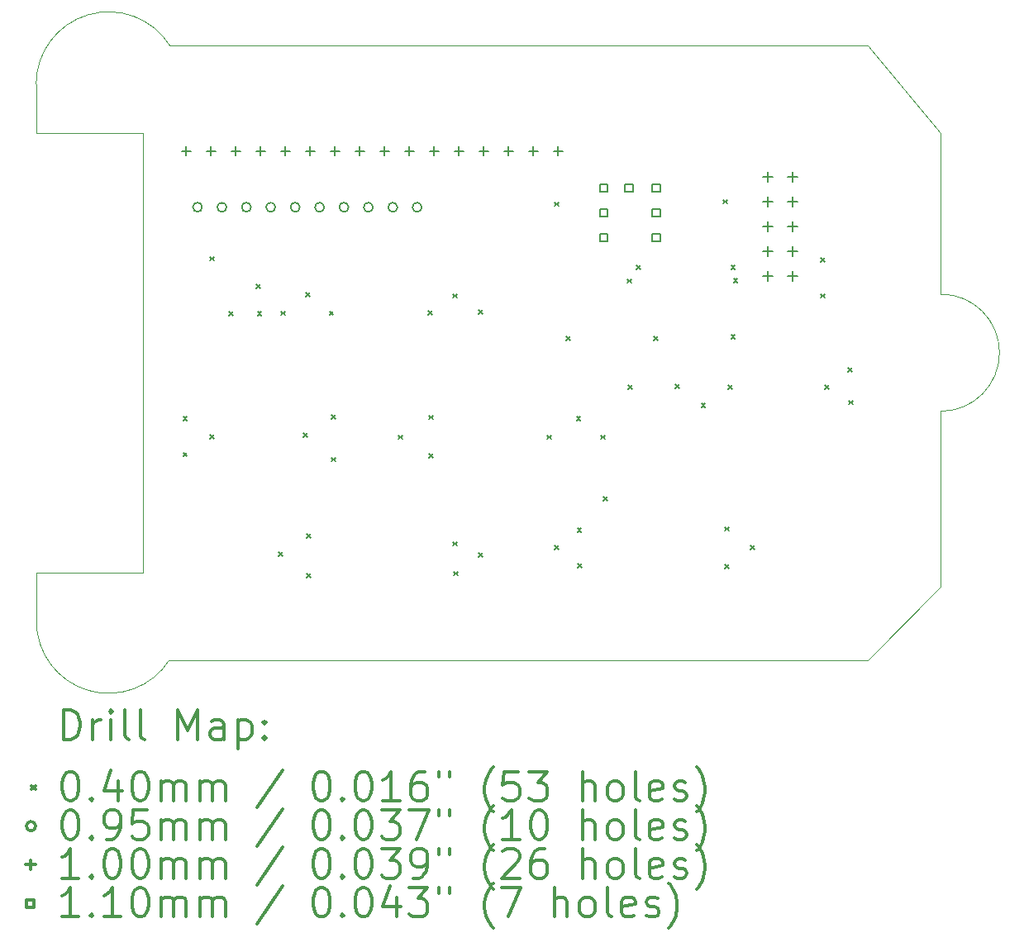
<source format=gbr>
%FSLAX45Y45*%
G04 Gerber Fmt 4.5, Leading zero omitted, Abs format (unit mm)*
G04 Created by KiCad (PCBNEW (5.1.0)-1) date 2022-08-09 13:46:40*
%MOMM*%
%LPD*%
G04 APERTURE LIST*
%ADD10C,0.100000*%
%ADD11C,0.200000*%
%ADD12C,0.300000*%
G04 APERTURE END LIST*
D10*
X15572200Y-6154300D02*
G75*
G02X15572200Y-7354300I0J-600000D01*
G01*
X6305550Y-4504300D02*
X6303022Y-4004334D01*
X7395400Y-4504300D02*
X6305550Y-4504300D01*
X7395400Y-9004300D02*
X7395400Y-4504300D01*
X6305400Y-9004300D02*
X7395400Y-9004300D01*
X6305400Y-9504300D02*
X6305400Y-9004300D01*
X7667443Y-9905128D02*
G75*
G02X6305400Y-9504300I-622043J400828D01*
G01*
X14820900Y-9904300D02*
X7667443Y-9905128D01*
X15572200Y-9153000D02*
X14820900Y-9904300D01*
X15572200Y-7354300D02*
X15572200Y-9153000D01*
X15572200Y-4504300D02*
X15572200Y-6154300D01*
X14820900Y-3604300D02*
X15572200Y-4504300D01*
X7670800Y-3604300D02*
X14820900Y-3604300D01*
X6303022Y-4004334D02*
G75*
G02X7670800Y-3604300I742378J34D01*
G01*
D11*
X7809550Y-7409500D02*
X7849550Y-7449500D01*
X7849550Y-7409500D02*
X7809550Y-7449500D01*
X7809550Y-7777800D02*
X7849550Y-7817800D01*
X7849550Y-7777800D02*
X7809550Y-7817800D01*
X8082600Y-5771200D02*
X8122600Y-5811200D01*
X8122600Y-5771200D02*
X8082600Y-5811200D01*
X8082600Y-7593650D02*
X8122600Y-7633650D01*
X8122600Y-7593650D02*
X8082600Y-7633650D01*
X8279450Y-6336350D02*
X8319450Y-6376350D01*
X8319450Y-6336350D02*
X8279450Y-6376350D01*
X8558850Y-6056950D02*
X8598850Y-6096950D01*
X8598850Y-6056950D02*
X8558850Y-6096950D01*
X8571550Y-6336350D02*
X8611550Y-6376350D01*
X8611550Y-6336350D02*
X8571550Y-6376350D01*
X8787450Y-8800150D02*
X8827450Y-8840150D01*
X8827450Y-8800150D02*
X8787450Y-8840150D01*
X8812850Y-6330000D02*
X8852850Y-6370000D01*
X8852850Y-6330000D02*
X8812850Y-6370000D01*
X9041450Y-7580950D02*
X9081450Y-7620950D01*
X9081450Y-7580950D02*
X9041450Y-7620950D01*
X9066850Y-6139500D02*
X9106850Y-6179500D01*
X9106850Y-6139500D02*
X9066850Y-6179500D01*
X9073200Y-8609650D02*
X9113200Y-8649650D01*
X9113200Y-8609650D02*
X9073200Y-8649650D01*
X9073200Y-9016050D02*
X9113200Y-9056050D01*
X9113200Y-9016050D02*
X9073200Y-9056050D01*
X9308148Y-6329998D02*
X9348148Y-6369998D01*
X9348148Y-6329998D02*
X9308148Y-6369998D01*
X9327200Y-7390450D02*
X9367200Y-7430450D01*
X9367200Y-7390450D02*
X9327200Y-7430450D01*
X9327200Y-7828600D02*
X9367200Y-7868600D01*
X9367200Y-7828600D02*
X9327200Y-7868600D01*
X10013000Y-7600000D02*
X10053000Y-7640000D01*
X10053000Y-7600000D02*
X10013000Y-7640000D01*
X10317800Y-6323650D02*
X10357800Y-6363650D01*
X10357800Y-6323650D02*
X10317800Y-6363650D01*
X10330500Y-7397500D02*
X10370500Y-7437500D01*
X10370500Y-7397500D02*
X10330500Y-7437500D01*
X10330500Y-7790500D02*
X10370500Y-7830500D01*
X10370500Y-7790500D02*
X10330500Y-7830500D01*
X10571800Y-6152200D02*
X10611800Y-6192200D01*
X10611800Y-6152200D02*
X10571800Y-6192200D01*
X10572500Y-8691500D02*
X10612500Y-8731500D01*
X10612500Y-8691500D02*
X10572500Y-8731500D01*
X10582600Y-8997000D02*
X10622600Y-9037000D01*
X10622600Y-8997000D02*
X10582600Y-9037000D01*
X10838500Y-6317300D02*
X10878500Y-6357300D01*
X10878500Y-6317300D02*
X10838500Y-6357300D01*
X10838500Y-8806500D02*
X10878500Y-8846500D01*
X10878500Y-8806500D02*
X10838500Y-8846500D01*
X11537000Y-7600000D02*
X11577000Y-7640000D01*
X11577000Y-7600000D02*
X11537000Y-7640000D01*
X11613200Y-5212400D02*
X11653200Y-5252400D01*
X11653200Y-5212400D02*
X11613200Y-5252400D01*
X11613200Y-8730300D02*
X11653200Y-8770300D01*
X11653200Y-8730300D02*
X11613200Y-8770300D01*
X11733850Y-6590350D02*
X11773850Y-6630350D01*
X11773850Y-6590350D02*
X11733850Y-6630350D01*
X11839900Y-7409500D02*
X11879900Y-7449500D01*
X11879900Y-7409500D02*
X11839900Y-7449500D01*
X11848150Y-8552500D02*
X11888150Y-8592500D01*
X11888150Y-8552500D02*
X11848150Y-8592500D01*
X11854500Y-8914450D02*
X11894500Y-8954450D01*
X11894500Y-8914450D02*
X11854500Y-8954450D01*
X12089450Y-7600000D02*
X12129450Y-7640000D01*
X12129450Y-7600000D02*
X12089450Y-7640000D01*
X12114850Y-8228650D02*
X12154850Y-8268650D01*
X12154850Y-8228650D02*
X12114850Y-8268650D01*
X12362500Y-5999800D02*
X12402500Y-6039800D01*
X12402500Y-5999800D02*
X12362500Y-6039800D01*
X12368850Y-7085650D02*
X12408850Y-7125650D01*
X12408850Y-7085650D02*
X12368850Y-7125650D01*
X12451400Y-5860100D02*
X12491400Y-5900100D01*
X12491400Y-5860100D02*
X12451400Y-5900100D01*
X12629200Y-6590350D02*
X12669200Y-6630350D01*
X12669200Y-6590350D02*
X12629200Y-6630350D01*
X12851450Y-7079300D02*
X12891450Y-7119300D01*
X12891450Y-7079300D02*
X12851450Y-7119300D01*
X13118150Y-7276150D02*
X13158150Y-7316150D01*
X13158150Y-7276150D02*
X13118150Y-7316150D01*
X13340400Y-5187000D02*
X13380400Y-5227000D01*
X13380400Y-5187000D02*
X13340400Y-5227000D01*
X13359450Y-8539800D02*
X13399450Y-8579800D01*
X13399450Y-8539800D02*
X13359450Y-8579800D01*
X13359450Y-8927150D02*
X13399450Y-8967150D01*
X13399450Y-8927150D02*
X13359450Y-8967150D01*
X13391200Y-7085650D02*
X13431200Y-7125650D01*
X13431200Y-7085650D02*
X13391200Y-7125650D01*
X13422950Y-5860100D02*
X13462950Y-5900100D01*
X13462950Y-5860100D02*
X13422950Y-5900100D01*
X13422950Y-6571300D02*
X13462950Y-6611300D01*
X13462950Y-6571300D02*
X13422950Y-6611300D01*
X13448350Y-5993450D02*
X13488350Y-6033450D01*
X13488350Y-5993450D02*
X13448350Y-6033450D01*
X13619800Y-8730300D02*
X13659800Y-8770300D01*
X13659800Y-8730300D02*
X13619800Y-8770300D01*
X14343700Y-5783900D02*
X14383700Y-5823900D01*
X14383700Y-5783900D02*
X14343700Y-5823900D01*
X14343701Y-6152200D02*
X14383701Y-6192200D01*
X14383701Y-6152200D02*
X14343701Y-6192200D01*
X14381800Y-7085650D02*
X14421800Y-7125650D01*
X14421800Y-7085650D02*
X14381800Y-7125650D01*
X14623100Y-6907850D02*
X14663100Y-6947850D01*
X14663100Y-6907850D02*
X14623100Y-6947850D01*
X14629450Y-7244400D02*
X14669450Y-7284400D01*
X14669450Y-7244400D02*
X14629450Y-7284400D01*
X8004050Y-5264150D02*
G75*
G03X8004050Y-5264150I-47500J0D01*
G01*
X8254050Y-5264150D02*
G75*
G03X8254050Y-5264150I-47500J0D01*
G01*
X8504050Y-5264150D02*
G75*
G03X8504050Y-5264150I-47500J0D01*
G01*
X8754050Y-5264150D02*
G75*
G03X8754050Y-5264150I-47500J0D01*
G01*
X9004050Y-5264150D02*
G75*
G03X9004050Y-5264150I-47500J0D01*
G01*
X9254050Y-5264150D02*
G75*
G03X9254050Y-5264150I-47500J0D01*
G01*
X9504050Y-5264150D02*
G75*
G03X9504050Y-5264150I-47500J0D01*
G01*
X9754050Y-5264150D02*
G75*
G03X9754050Y-5264150I-47500J0D01*
G01*
X10004050Y-5264150D02*
G75*
G03X10004050Y-5264150I-47500J0D01*
G01*
X10254050Y-5264150D02*
G75*
G03X10254050Y-5264150I-47500J0D01*
G01*
X7842250Y-4636300D02*
X7842250Y-4736300D01*
X7792250Y-4686300D02*
X7892250Y-4686300D01*
X8096250Y-4636300D02*
X8096250Y-4736300D01*
X8046250Y-4686300D02*
X8146250Y-4686300D01*
X8350250Y-4636300D02*
X8350250Y-4736300D01*
X8300250Y-4686300D02*
X8400250Y-4686300D01*
X8604250Y-4636300D02*
X8604250Y-4736300D01*
X8554250Y-4686300D02*
X8654250Y-4686300D01*
X8858250Y-4636300D02*
X8858250Y-4736300D01*
X8808250Y-4686300D02*
X8908250Y-4686300D01*
X9112250Y-4636300D02*
X9112250Y-4736300D01*
X9062250Y-4686300D02*
X9162250Y-4686300D01*
X9366250Y-4636300D02*
X9366250Y-4736300D01*
X9316250Y-4686300D02*
X9416250Y-4686300D01*
X9620250Y-4636300D02*
X9620250Y-4736300D01*
X9570250Y-4686300D02*
X9670250Y-4686300D01*
X9874250Y-4636300D02*
X9874250Y-4736300D01*
X9824250Y-4686300D02*
X9924250Y-4686300D01*
X10128250Y-4636300D02*
X10128250Y-4736300D01*
X10078250Y-4686300D02*
X10178250Y-4686300D01*
X10382250Y-4636300D02*
X10382250Y-4736300D01*
X10332250Y-4686300D02*
X10432250Y-4686300D01*
X10636250Y-4636300D02*
X10636250Y-4736300D01*
X10586250Y-4686300D02*
X10686250Y-4686300D01*
X10890250Y-4636300D02*
X10890250Y-4736300D01*
X10840250Y-4686300D02*
X10940250Y-4686300D01*
X11144250Y-4636300D02*
X11144250Y-4736300D01*
X11094250Y-4686300D02*
X11194250Y-4686300D01*
X11398250Y-4636300D02*
X11398250Y-4736300D01*
X11348250Y-4686300D02*
X11448250Y-4686300D01*
X11652250Y-4636300D02*
X11652250Y-4736300D01*
X11602250Y-4686300D02*
X11702250Y-4686300D01*
X13798550Y-4903000D02*
X13798550Y-5003000D01*
X13748550Y-4953000D02*
X13848550Y-4953000D01*
X13798550Y-5157000D02*
X13798550Y-5257000D01*
X13748550Y-5207000D02*
X13848550Y-5207000D01*
X13798550Y-5411000D02*
X13798550Y-5511000D01*
X13748550Y-5461000D02*
X13848550Y-5461000D01*
X13798550Y-5665000D02*
X13798550Y-5765000D01*
X13748550Y-5715000D02*
X13848550Y-5715000D01*
X13798550Y-5919000D02*
X13798550Y-6019000D01*
X13748550Y-5969000D02*
X13848550Y-5969000D01*
X14052550Y-4903000D02*
X14052550Y-5003000D01*
X14002550Y-4953000D02*
X14102550Y-4953000D01*
X14052550Y-5157000D02*
X14052550Y-5257000D01*
X14002550Y-5207000D02*
X14102550Y-5207000D01*
X14052550Y-5411000D02*
X14052550Y-5511000D01*
X14002550Y-5461000D02*
X14102550Y-5461000D01*
X14052550Y-5665000D02*
X14052550Y-5765000D01*
X14002550Y-5715000D02*
X14102550Y-5715000D01*
X14052550Y-5919000D02*
X14052550Y-6019000D01*
X14002550Y-5969000D02*
X14102550Y-5969000D01*
X12154691Y-5106191D02*
X12154691Y-5028409D01*
X12076909Y-5028409D01*
X12076909Y-5106191D01*
X12154691Y-5106191D01*
X12154691Y-5360191D02*
X12154691Y-5282409D01*
X12076909Y-5282409D01*
X12076909Y-5360191D01*
X12154691Y-5360191D01*
X12154691Y-5614191D02*
X12154691Y-5536409D01*
X12076909Y-5536409D01*
X12076909Y-5614191D01*
X12154691Y-5614191D01*
X12414691Y-5106191D02*
X12414691Y-5028409D01*
X12336909Y-5028409D01*
X12336909Y-5106191D01*
X12414691Y-5106191D01*
X12694691Y-5106191D02*
X12694691Y-5028409D01*
X12616909Y-5028409D01*
X12616909Y-5106191D01*
X12694691Y-5106191D01*
X12694691Y-5360191D02*
X12694691Y-5282409D01*
X12616909Y-5282409D01*
X12616909Y-5360191D01*
X12694691Y-5360191D01*
X12694691Y-5614191D02*
X12694691Y-5536409D01*
X12616909Y-5536409D01*
X12616909Y-5614191D01*
X12694691Y-5614191D01*
D12*
X6584450Y-10715014D02*
X6584450Y-10415014D01*
X6655879Y-10415014D01*
X6698736Y-10429300D01*
X6727308Y-10457872D01*
X6741593Y-10486443D01*
X6755879Y-10543586D01*
X6755879Y-10586443D01*
X6741593Y-10643586D01*
X6727308Y-10672157D01*
X6698736Y-10700729D01*
X6655879Y-10715014D01*
X6584450Y-10715014D01*
X6884450Y-10715014D02*
X6884450Y-10515014D01*
X6884450Y-10572157D02*
X6898736Y-10543586D01*
X6913022Y-10529300D01*
X6941593Y-10515014D01*
X6970165Y-10515014D01*
X7070165Y-10715014D02*
X7070165Y-10515014D01*
X7070165Y-10415014D02*
X7055879Y-10429300D01*
X7070165Y-10443586D01*
X7084450Y-10429300D01*
X7070165Y-10415014D01*
X7070165Y-10443586D01*
X7255879Y-10715014D02*
X7227308Y-10700729D01*
X7213022Y-10672157D01*
X7213022Y-10415014D01*
X7413022Y-10715014D02*
X7384450Y-10700729D01*
X7370165Y-10672157D01*
X7370165Y-10415014D01*
X7755879Y-10715014D02*
X7755879Y-10415014D01*
X7855879Y-10629300D01*
X7955879Y-10415014D01*
X7955879Y-10715014D01*
X8227308Y-10715014D02*
X8227308Y-10557872D01*
X8213022Y-10529300D01*
X8184450Y-10515014D01*
X8127308Y-10515014D01*
X8098736Y-10529300D01*
X8227308Y-10700729D02*
X8198736Y-10715014D01*
X8127308Y-10715014D01*
X8098736Y-10700729D01*
X8084450Y-10672157D01*
X8084450Y-10643586D01*
X8098736Y-10615014D01*
X8127308Y-10600729D01*
X8198736Y-10600729D01*
X8227308Y-10586443D01*
X8370165Y-10515014D02*
X8370165Y-10815014D01*
X8370165Y-10529300D02*
X8398736Y-10515014D01*
X8455879Y-10515014D01*
X8484450Y-10529300D01*
X8498736Y-10543586D01*
X8513022Y-10572157D01*
X8513022Y-10657872D01*
X8498736Y-10686443D01*
X8484450Y-10700729D01*
X8455879Y-10715014D01*
X8398736Y-10715014D01*
X8370165Y-10700729D01*
X8641593Y-10686443D02*
X8655879Y-10700729D01*
X8641593Y-10715014D01*
X8627308Y-10700729D01*
X8641593Y-10686443D01*
X8641593Y-10715014D01*
X8641593Y-10529300D02*
X8655879Y-10543586D01*
X8641593Y-10557872D01*
X8627308Y-10543586D01*
X8641593Y-10529300D01*
X8641593Y-10557872D01*
X6258022Y-11189300D02*
X6298022Y-11229300D01*
X6298022Y-11189300D02*
X6258022Y-11229300D01*
X6641593Y-11045014D02*
X6670165Y-11045014D01*
X6698736Y-11059300D01*
X6713022Y-11073586D01*
X6727308Y-11102157D01*
X6741593Y-11159300D01*
X6741593Y-11230729D01*
X6727308Y-11287871D01*
X6713022Y-11316443D01*
X6698736Y-11330729D01*
X6670165Y-11345014D01*
X6641593Y-11345014D01*
X6613022Y-11330729D01*
X6598736Y-11316443D01*
X6584450Y-11287871D01*
X6570165Y-11230729D01*
X6570165Y-11159300D01*
X6584450Y-11102157D01*
X6598736Y-11073586D01*
X6613022Y-11059300D01*
X6641593Y-11045014D01*
X6870165Y-11316443D02*
X6884450Y-11330729D01*
X6870165Y-11345014D01*
X6855879Y-11330729D01*
X6870165Y-11316443D01*
X6870165Y-11345014D01*
X7141593Y-11145014D02*
X7141593Y-11345014D01*
X7070165Y-11030729D02*
X6998736Y-11245014D01*
X7184450Y-11245014D01*
X7355879Y-11045014D02*
X7384450Y-11045014D01*
X7413022Y-11059300D01*
X7427308Y-11073586D01*
X7441593Y-11102157D01*
X7455879Y-11159300D01*
X7455879Y-11230729D01*
X7441593Y-11287871D01*
X7427308Y-11316443D01*
X7413022Y-11330729D01*
X7384450Y-11345014D01*
X7355879Y-11345014D01*
X7327308Y-11330729D01*
X7313022Y-11316443D01*
X7298736Y-11287871D01*
X7284450Y-11230729D01*
X7284450Y-11159300D01*
X7298736Y-11102157D01*
X7313022Y-11073586D01*
X7327308Y-11059300D01*
X7355879Y-11045014D01*
X7584450Y-11345014D02*
X7584450Y-11145014D01*
X7584450Y-11173586D02*
X7598736Y-11159300D01*
X7627308Y-11145014D01*
X7670165Y-11145014D01*
X7698736Y-11159300D01*
X7713022Y-11187871D01*
X7713022Y-11345014D01*
X7713022Y-11187871D02*
X7727308Y-11159300D01*
X7755879Y-11145014D01*
X7798736Y-11145014D01*
X7827308Y-11159300D01*
X7841593Y-11187871D01*
X7841593Y-11345014D01*
X7984450Y-11345014D02*
X7984450Y-11145014D01*
X7984450Y-11173586D02*
X7998736Y-11159300D01*
X8027308Y-11145014D01*
X8070165Y-11145014D01*
X8098736Y-11159300D01*
X8113022Y-11187871D01*
X8113022Y-11345014D01*
X8113022Y-11187871D02*
X8127308Y-11159300D01*
X8155879Y-11145014D01*
X8198736Y-11145014D01*
X8227308Y-11159300D01*
X8241593Y-11187871D01*
X8241593Y-11345014D01*
X8827308Y-11030729D02*
X8570165Y-11416443D01*
X9213022Y-11045014D02*
X9241593Y-11045014D01*
X9270165Y-11059300D01*
X9284450Y-11073586D01*
X9298736Y-11102157D01*
X9313022Y-11159300D01*
X9313022Y-11230729D01*
X9298736Y-11287871D01*
X9284450Y-11316443D01*
X9270165Y-11330729D01*
X9241593Y-11345014D01*
X9213022Y-11345014D01*
X9184450Y-11330729D01*
X9170165Y-11316443D01*
X9155879Y-11287871D01*
X9141593Y-11230729D01*
X9141593Y-11159300D01*
X9155879Y-11102157D01*
X9170165Y-11073586D01*
X9184450Y-11059300D01*
X9213022Y-11045014D01*
X9441593Y-11316443D02*
X9455879Y-11330729D01*
X9441593Y-11345014D01*
X9427308Y-11330729D01*
X9441593Y-11316443D01*
X9441593Y-11345014D01*
X9641593Y-11045014D02*
X9670165Y-11045014D01*
X9698736Y-11059300D01*
X9713022Y-11073586D01*
X9727308Y-11102157D01*
X9741593Y-11159300D01*
X9741593Y-11230729D01*
X9727308Y-11287871D01*
X9713022Y-11316443D01*
X9698736Y-11330729D01*
X9670165Y-11345014D01*
X9641593Y-11345014D01*
X9613022Y-11330729D01*
X9598736Y-11316443D01*
X9584450Y-11287871D01*
X9570165Y-11230729D01*
X9570165Y-11159300D01*
X9584450Y-11102157D01*
X9598736Y-11073586D01*
X9613022Y-11059300D01*
X9641593Y-11045014D01*
X10027308Y-11345014D02*
X9855879Y-11345014D01*
X9941593Y-11345014D02*
X9941593Y-11045014D01*
X9913022Y-11087872D01*
X9884450Y-11116443D01*
X9855879Y-11130729D01*
X10284450Y-11045014D02*
X10227308Y-11045014D01*
X10198736Y-11059300D01*
X10184450Y-11073586D01*
X10155879Y-11116443D01*
X10141593Y-11173586D01*
X10141593Y-11287871D01*
X10155879Y-11316443D01*
X10170165Y-11330729D01*
X10198736Y-11345014D01*
X10255879Y-11345014D01*
X10284450Y-11330729D01*
X10298736Y-11316443D01*
X10313022Y-11287871D01*
X10313022Y-11216443D01*
X10298736Y-11187871D01*
X10284450Y-11173586D01*
X10255879Y-11159300D01*
X10198736Y-11159300D01*
X10170165Y-11173586D01*
X10155879Y-11187871D01*
X10141593Y-11216443D01*
X10427308Y-11045014D02*
X10427308Y-11102157D01*
X10541593Y-11045014D02*
X10541593Y-11102157D01*
X10984450Y-11459300D02*
X10970165Y-11445014D01*
X10941593Y-11402157D01*
X10927308Y-11373586D01*
X10913022Y-11330729D01*
X10898736Y-11259300D01*
X10898736Y-11202157D01*
X10913022Y-11130729D01*
X10927308Y-11087872D01*
X10941593Y-11059300D01*
X10970165Y-11016443D01*
X10984450Y-11002157D01*
X11241593Y-11045014D02*
X11098736Y-11045014D01*
X11084450Y-11187871D01*
X11098736Y-11173586D01*
X11127308Y-11159300D01*
X11198736Y-11159300D01*
X11227308Y-11173586D01*
X11241593Y-11187871D01*
X11255879Y-11216443D01*
X11255879Y-11287871D01*
X11241593Y-11316443D01*
X11227308Y-11330729D01*
X11198736Y-11345014D01*
X11127308Y-11345014D01*
X11098736Y-11330729D01*
X11084450Y-11316443D01*
X11355879Y-11045014D02*
X11541593Y-11045014D01*
X11441593Y-11159300D01*
X11484450Y-11159300D01*
X11513022Y-11173586D01*
X11527308Y-11187871D01*
X11541593Y-11216443D01*
X11541593Y-11287871D01*
X11527308Y-11316443D01*
X11513022Y-11330729D01*
X11484450Y-11345014D01*
X11398736Y-11345014D01*
X11370165Y-11330729D01*
X11355879Y-11316443D01*
X11898736Y-11345014D02*
X11898736Y-11045014D01*
X12027308Y-11345014D02*
X12027308Y-11187871D01*
X12013022Y-11159300D01*
X11984450Y-11145014D01*
X11941593Y-11145014D01*
X11913022Y-11159300D01*
X11898736Y-11173586D01*
X12213022Y-11345014D02*
X12184450Y-11330729D01*
X12170165Y-11316443D01*
X12155879Y-11287871D01*
X12155879Y-11202157D01*
X12170165Y-11173586D01*
X12184450Y-11159300D01*
X12213022Y-11145014D01*
X12255879Y-11145014D01*
X12284450Y-11159300D01*
X12298736Y-11173586D01*
X12313022Y-11202157D01*
X12313022Y-11287871D01*
X12298736Y-11316443D01*
X12284450Y-11330729D01*
X12255879Y-11345014D01*
X12213022Y-11345014D01*
X12484450Y-11345014D02*
X12455879Y-11330729D01*
X12441593Y-11302157D01*
X12441593Y-11045014D01*
X12713022Y-11330729D02*
X12684450Y-11345014D01*
X12627308Y-11345014D01*
X12598736Y-11330729D01*
X12584450Y-11302157D01*
X12584450Y-11187871D01*
X12598736Y-11159300D01*
X12627308Y-11145014D01*
X12684450Y-11145014D01*
X12713022Y-11159300D01*
X12727308Y-11187871D01*
X12727308Y-11216443D01*
X12584450Y-11245014D01*
X12841593Y-11330729D02*
X12870165Y-11345014D01*
X12927308Y-11345014D01*
X12955879Y-11330729D01*
X12970165Y-11302157D01*
X12970165Y-11287871D01*
X12955879Y-11259300D01*
X12927308Y-11245014D01*
X12884450Y-11245014D01*
X12855879Y-11230729D01*
X12841593Y-11202157D01*
X12841593Y-11187871D01*
X12855879Y-11159300D01*
X12884450Y-11145014D01*
X12927308Y-11145014D01*
X12955879Y-11159300D01*
X13070165Y-11459300D02*
X13084450Y-11445014D01*
X13113022Y-11402157D01*
X13127308Y-11373586D01*
X13141593Y-11330729D01*
X13155879Y-11259300D01*
X13155879Y-11202157D01*
X13141593Y-11130729D01*
X13127308Y-11087872D01*
X13113022Y-11059300D01*
X13084450Y-11016443D01*
X13070165Y-11002157D01*
X6298022Y-11605300D02*
G75*
G03X6298022Y-11605300I-47500J0D01*
G01*
X6641593Y-11441014D02*
X6670165Y-11441014D01*
X6698736Y-11455300D01*
X6713022Y-11469586D01*
X6727308Y-11498157D01*
X6741593Y-11555300D01*
X6741593Y-11626729D01*
X6727308Y-11683871D01*
X6713022Y-11712443D01*
X6698736Y-11726729D01*
X6670165Y-11741014D01*
X6641593Y-11741014D01*
X6613022Y-11726729D01*
X6598736Y-11712443D01*
X6584450Y-11683871D01*
X6570165Y-11626729D01*
X6570165Y-11555300D01*
X6584450Y-11498157D01*
X6598736Y-11469586D01*
X6613022Y-11455300D01*
X6641593Y-11441014D01*
X6870165Y-11712443D02*
X6884450Y-11726729D01*
X6870165Y-11741014D01*
X6855879Y-11726729D01*
X6870165Y-11712443D01*
X6870165Y-11741014D01*
X7027308Y-11741014D02*
X7084450Y-11741014D01*
X7113022Y-11726729D01*
X7127308Y-11712443D01*
X7155879Y-11669586D01*
X7170165Y-11612443D01*
X7170165Y-11498157D01*
X7155879Y-11469586D01*
X7141593Y-11455300D01*
X7113022Y-11441014D01*
X7055879Y-11441014D01*
X7027308Y-11455300D01*
X7013022Y-11469586D01*
X6998736Y-11498157D01*
X6998736Y-11569586D01*
X7013022Y-11598157D01*
X7027308Y-11612443D01*
X7055879Y-11626729D01*
X7113022Y-11626729D01*
X7141593Y-11612443D01*
X7155879Y-11598157D01*
X7170165Y-11569586D01*
X7441593Y-11441014D02*
X7298736Y-11441014D01*
X7284450Y-11583871D01*
X7298736Y-11569586D01*
X7327308Y-11555300D01*
X7398736Y-11555300D01*
X7427308Y-11569586D01*
X7441593Y-11583871D01*
X7455879Y-11612443D01*
X7455879Y-11683871D01*
X7441593Y-11712443D01*
X7427308Y-11726729D01*
X7398736Y-11741014D01*
X7327308Y-11741014D01*
X7298736Y-11726729D01*
X7284450Y-11712443D01*
X7584450Y-11741014D02*
X7584450Y-11541014D01*
X7584450Y-11569586D02*
X7598736Y-11555300D01*
X7627308Y-11541014D01*
X7670165Y-11541014D01*
X7698736Y-11555300D01*
X7713022Y-11583871D01*
X7713022Y-11741014D01*
X7713022Y-11583871D02*
X7727308Y-11555300D01*
X7755879Y-11541014D01*
X7798736Y-11541014D01*
X7827308Y-11555300D01*
X7841593Y-11583871D01*
X7841593Y-11741014D01*
X7984450Y-11741014D02*
X7984450Y-11541014D01*
X7984450Y-11569586D02*
X7998736Y-11555300D01*
X8027308Y-11541014D01*
X8070165Y-11541014D01*
X8098736Y-11555300D01*
X8113022Y-11583871D01*
X8113022Y-11741014D01*
X8113022Y-11583871D02*
X8127308Y-11555300D01*
X8155879Y-11541014D01*
X8198736Y-11541014D01*
X8227308Y-11555300D01*
X8241593Y-11583871D01*
X8241593Y-11741014D01*
X8827308Y-11426729D02*
X8570165Y-11812443D01*
X9213022Y-11441014D02*
X9241593Y-11441014D01*
X9270165Y-11455300D01*
X9284450Y-11469586D01*
X9298736Y-11498157D01*
X9313022Y-11555300D01*
X9313022Y-11626729D01*
X9298736Y-11683871D01*
X9284450Y-11712443D01*
X9270165Y-11726729D01*
X9241593Y-11741014D01*
X9213022Y-11741014D01*
X9184450Y-11726729D01*
X9170165Y-11712443D01*
X9155879Y-11683871D01*
X9141593Y-11626729D01*
X9141593Y-11555300D01*
X9155879Y-11498157D01*
X9170165Y-11469586D01*
X9184450Y-11455300D01*
X9213022Y-11441014D01*
X9441593Y-11712443D02*
X9455879Y-11726729D01*
X9441593Y-11741014D01*
X9427308Y-11726729D01*
X9441593Y-11712443D01*
X9441593Y-11741014D01*
X9641593Y-11441014D02*
X9670165Y-11441014D01*
X9698736Y-11455300D01*
X9713022Y-11469586D01*
X9727308Y-11498157D01*
X9741593Y-11555300D01*
X9741593Y-11626729D01*
X9727308Y-11683871D01*
X9713022Y-11712443D01*
X9698736Y-11726729D01*
X9670165Y-11741014D01*
X9641593Y-11741014D01*
X9613022Y-11726729D01*
X9598736Y-11712443D01*
X9584450Y-11683871D01*
X9570165Y-11626729D01*
X9570165Y-11555300D01*
X9584450Y-11498157D01*
X9598736Y-11469586D01*
X9613022Y-11455300D01*
X9641593Y-11441014D01*
X9841593Y-11441014D02*
X10027308Y-11441014D01*
X9927308Y-11555300D01*
X9970165Y-11555300D01*
X9998736Y-11569586D01*
X10013022Y-11583871D01*
X10027308Y-11612443D01*
X10027308Y-11683871D01*
X10013022Y-11712443D01*
X9998736Y-11726729D01*
X9970165Y-11741014D01*
X9884450Y-11741014D01*
X9855879Y-11726729D01*
X9841593Y-11712443D01*
X10127308Y-11441014D02*
X10327308Y-11441014D01*
X10198736Y-11741014D01*
X10427308Y-11441014D02*
X10427308Y-11498157D01*
X10541593Y-11441014D02*
X10541593Y-11498157D01*
X10984450Y-11855300D02*
X10970165Y-11841014D01*
X10941593Y-11798157D01*
X10927308Y-11769586D01*
X10913022Y-11726729D01*
X10898736Y-11655300D01*
X10898736Y-11598157D01*
X10913022Y-11526729D01*
X10927308Y-11483871D01*
X10941593Y-11455300D01*
X10970165Y-11412443D01*
X10984450Y-11398157D01*
X11255879Y-11741014D02*
X11084450Y-11741014D01*
X11170165Y-11741014D02*
X11170165Y-11441014D01*
X11141593Y-11483871D01*
X11113022Y-11512443D01*
X11084450Y-11526729D01*
X11441593Y-11441014D02*
X11470165Y-11441014D01*
X11498736Y-11455300D01*
X11513022Y-11469586D01*
X11527308Y-11498157D01*
X11541593Y-11555300D01*
X11541593Y-11626729D01*
X11527308Y-11683871D01*
X11513022Y-11712443D01*
X11498736Y-11726729D01*
X11470165Y-11741014D01*
X11441593Y-11741014D01*
X11413022Y-11726729D01*
X11398736Y-11712443D01*
X11384450Y-11683871D01*
X11370165Y-11626729D01*
X11370165Y-11555300D01*
X11384450Y-11498157D01*
X11398736Y-11469586D01*
X11413022Y-11455300D01*
X11441593Y-11441014D01*
X11898736Y-11741014D02*
X11898736Y-11441014D01*
X12027308Y-11741014D02*
X12027308Y-11583871D01*
X12013022Y-11555300D01*
X11984450Y-11541014D01*
X11941593Y-11541014D01*
X11913022Y-11555300D01*
X11898736Y-11569586D01*
X12213022Y-11741014D02*
X12184450Y-11726729D01*
X12170165Y-11712443D01*
X12155879Y-11683871D01*
X12155879Y-11598157D01*
X12170165Y-11569586D01*
X12184450Y-11555300D01*
X12213022Y-11541014D01*
X12255879Y-11541014D01*
X12284450Y-11555300D01*
X12298736Y-11569586D01*
X12313022Y-11598157D01*
X12313022Y-11683871D01*
X12298736Y-11712443D01*
X12284450Y-11726729D01*
X12255879Y-11741014D01*
X12213022Y-11741014D01*
X12484450Y-11741014D02*
X12455879Y-11726729D01*
X12441593Y-11698157D01*
X12441593Y-11441014D01*
X12713022Y-11726729D02*
X12684450Y-11741014D01*
X12627308Y-11741014D01*
X12598736Y-11726729D01*
X12584450Y-11698157D01*
X12584450Y-11583871D01*
X12598736Y-11555300D01*
X12627308Y-11541014D01*
X12684450Y-11541014D01*
X12713022Y-11555300D01*
X12727308Y-11583871D01*
X12727308Y-11612443D01*
X12584450Y-11641014D01*
X12841593Y-11726729D02*
X12870165Y-11741014D01*
X12927308Y-11741014D01*
X12955879Y-11726729D01*
X12970165Y-11698157D01*
X12970165Y-11683871D01*
X12955879Y-11655300D01*
X12927308Y-11641014D01*
X12884450Y-11641014D01*
X12855879Y-11626729D01*
X12841593Y-11598157D01*
X12841593Y-11583871D01*
X12855879Y-11555300D01*
X12884450Y-11541014D01*
X12927308Y-11541014D01*
X12955879Y-11555300D01*
X13070165Y-11855300D02*
X13084450Y-11841014D01*
X13113022Y-11798157D01*
X13127308Y-11769586D01*
X13141593Y-11726729D01*
X13155879Y-11655300D01*
X13155879Y-11598157D01*
X13141593Y-11526729D01*
X13127308Y-11483871D01*
X13113022Y-11455300D01*
X13084450Y-11412443D01*
X13070165Y-11398157D01*
X6248022Y-11951300D02*
X6248022Y-12051300D01*
X6198022Y-12001300D02*
X6298022Y-12001300D01*
X6741593Y-12137014D02*
X6570165Y-12137014D01*
X6655879Y-12137014D02*
X6655879Y-11837014D01*
X6627308Y-11879871D01*
X6598736Y-11908443D01*
X6570165Y-11922729D01*
X6870165Y-12108443D02*
X6884450Y-12122729D01*
X6870165Y-12137014D01*
X6855879Y-12122729D01*
X6870165Y-12108443D01*
X6870165Y-12137014D01*
X7070165Y-11837014D02*
X7098736Y-11837014D01*
X7127308Y-11851300D01*
X7141593Y-11865586D01*
X7155879Y-11894157D01*
X7170165Y-11951300D01*
X7170165Y-12022729D01*
X7155879Y-12079871D01*
X7141593Y-12108443D01*
X7127308Y-12122729D01*
X7098736Y-12137014D01*
X7070165Y-12137014D01*
X7041593Y-12122729D01*
X7027308Y-12108443D01*
X7013022Y-12079871D01*
X6998736Y-12022729D01*
X6998736Y-11951300D01*
X7013022Y-11894157D01*
X7027308Y-11865586D01*
X7041593Y-11851300D01*
X7070165Y-11837014D01*
X7355879Y-11837014D02*
X7384450Y-11837014D01*
X7413022Y-11851300D01*
X7427308Y-11865586D01*
X7441593Y-11894157D01*
X7455879Y-11951300D01*
X7455879Y-12022729D01*
X7441593Y-12079871D01*
X7427308Y-12108443D01*
X7413022Y-12122729D01*
X7384450Y-12137014D01*
X7355879Y-12137014D01*
X7327308Y-12122729D01*
X7313022Y-12108443D01*
X7298736Y-12079871D01*
X7284450Y-12022729D01*
X7284450Y-11951300D01*
X7298736Y-11894157D01*
X7313022Y-11865586D01*
X7327308Y-11851300D01*
X7355879Y-11837014D01*
X7584450Y-12137014D02*
X7584450Y-11937014D01*
X7584450Y-11965586D02*
X7598736Y-11951300D01*
X7627308Y-11937014D01*
X7670165Y-11937014D01*
X7698736Y-11951300D01*
X7713022Y-11979871D01*
X7713022Y-12137014D01*
X7713022Y-11979871D02*
X7727308Y-11951300D01*
X7755879Y-11937014D01*
X7798736Y-11937014D01*
X7827308Y-11951300D01*
X7841593Y-11979871D01*
X7841593Y-12137014D01*
X7984450Y-12137014D02*
X7984450Y-11937014D01*
X7984450Y-11965586D02*
X7998736Y-11951300D01*
X8027308Y-11937014D01*
X8070165Y-11937014D01*
X8098736Y-11951300D01*
X8113022Y-11979871D01*
X8113022Y-12137014D01*
X8113022Y-11979871D02*
X8127308Y-11951300D01*
X8155879Y-11937014D01*
X8198736Y-11937014D01*
X8227308Y-11951300D01*
X8241593Y-11979871D01*
X8241593Y-12137014D01*
X8827308Y-11822729D02*
X8570165Y-12208443D01*
X9213022Y-11837014D02*
X9241593Y-11837014D01*
X9270165Y-11851300D01*
X9284450Y-11865586D01*
X9298736Y-11894157D01*
X9313022Y-11951300D01*
X9313022Y-12022729D01*
X9298736Y-12079871D01*
X9284450Y-12108443D01*
X9270165Y-12122729D01*
X9241593Y-12137014D01*
X9213022Y-12137014D01*
X9184450Y-12122729D01*
X9170165Y-12108443D01*
X9155879Y-12079871D01*
X9141593Y-12022729D01*
X9141593Y-11951300D01*
X9155879Y-11894157D01*
X9170165Y-11865586D01*
X9184450Y-11851300D01*
X9213022Y-11837014D01*
X9441593Y-12108443D02*
X9455879Y-12122729D01*
X9441593Y-12137014D01*
X9427308Y-12122729D01*
X9441593Y-12108443D01*
X9441593Y-12137014D01*
X9641593Y-11837014D02*
X9670165Y-11837014D01*
X9698736Y-11851300D01*
X9713022Y-11865586D01*
X9727308Y-11894157D01*
X9741593Y-11951300D01*
X9741593Y-12022729D01*
X9727308Y-12079871D01*
X9713022Y-12108443D01*
X9698736Y-12122729D01*
X9670165Y-12137014D01*
X9641593Y-12137014D01*
X9613022Y-12122729D01*
X9598736Y-12108443D01*
X9584450Y-12079871D01*
X9570165Y-12022729D01*
X9570165Y-11951300D01*
X9584450Y-11894157D01*
X9598736Y-11865586D01*
X9613022Y-11851300D01*
X9641593Y-11837014D01*
X9841593Y-11837014D02*
X10027308Y-11837014D01*
X9927308Y-11951300D01*
X9970165Y-11951300D01*
X9998736Y-11965586D01*
X10013022Y-11979871D01*
X10027308Y-12008443D01*
X10027308Y-12079871D01*
X10013022Y-12108443D01*
X9998736Y-12122729D01*
X9970165Y-12137014D01*
X9884450Y-12137014D01*
X9855879Y-12122729D01*
X9841593Y-12108443D01*
X10170165Y-12137014D02*
X10227308Y-12137014D01*
X10255879Y-12122729D01*
X10270165Y-12108443D01*
X10298736Y-12065586D01*
X10313022Y-12008443D01*
X10313022Y-11894157D01*
X10298736Y-11865586D01*
X10284450Y-11851300D01*
X10255879Y-11837014D01*
X10198736Y-11837014D01*
X10170165Y-11851300D01*
X10155879Y-11865586D01*
X10141593Y-11894157D01*
X10141593Y-11965586D01*
X10155879Y-11994157D01*
X10170165Y-12008443D01*
X10198736Y-12022729D01*
X10255879Y-12022729D01*
X10284450Y-12008443D01*
X10298736Y-11994157D01*
X10313022Y-11965586D01*
X10427308Y-11837014D02*
X10427308Y-11894157D01*
X10541593Y-11837014D02*
X10541593Y-11894157D01*
X10984450Y-12251300D02*
X10970165Y-12237014D01*
X10941593Y-12194157D01*
X10927308Y-12165586D01*
X10913022Y-12122729D01*
X10898736Y-12051300D01*
X10898736Y-11994157D01*
X10913022Y-11922729D01*
X10927308Y-11879871D01*
X10941593Y-11851300D01*
X10970165Y-11808443D01*
X10984450Y-11794157D01*
X11084450Y-11865586D02*
X11098736Y-11851300D01*
X11127308Y-11837014D01*
X11198736Y-11837014D01*
X11227308Y-11851300D01*
X11241593Y-11865586D01*
X11255879Y-11894157D01*
X11255879Y-11922729D01*
X11241593Y-11965586D01*
X11070165Y-12137014D01*
X11255879Y-12137014D01*
X11513022Y-11837014D02*
X11455879Y-11837014D01*
X11427308Y-11851300D01*
X11413022Y-11865586D01*
X11384450Y-11908443D01*
X11370165Y-11965586D01*
X11370165Y-12079871D01*
X11384450Y-12108443D01*
X11398736Y-12122729D01*
X11427308Y-12137014D01*
X11484450Y-12137014D01*
X11513022Y-12122729D01*
X11527308Y-12108443D01*
X11541593Y-12079871D01*
X11541593Y-12008443D01*
X11527308Y-11979871D01*
X11513022Y-11965586D01*
X11484450Y-11951300D01*
X11427308Y-11951300D01*
X11398736Y-11965586D01*
X11384450Y-11979871D01*
X11370165Y-12008443D01*
X11898736Y-12137014D02*
X11898736Y-11837014D01*
X12027308Y-12137014D02*
X12027308Y-11979871D01*
X12013022Y-11951300D01*
X11984450Y-11937014D01*
X11941593Y-11937014D01*
X11913022Y-11951300D01*
X11898736Y-11965586D01*
X12213022Y-12137014D02*
X12184450Y-12122729D01*
X12170165Y-12108443D01*
X12155879Y-12079871D01*
X12155879Y-11994157D01*
X12170165Y-11965586D01*
X12184450Y-11951300D01*
X12213022Y-11937014D01*
X12255879Y-11937014D01*
X12284450Y-11951300D01*
X12298736Y-11965586D01*
X12313022Y-11994157D01*
X12313022Y-12079871D01*
X12298736Y-12108443D01*
X12284450Y-12122729D01*
X12255879Y-12137014D01*
X12213022Y-12137014D01*
X12484450Y-12137014D02*
X12455879Y-12122729D01*
X12441593Y-12094157D01*
X12441593Y-11837014D01*
X12713022Y-12122729D02*
X12684450Y-12137014D01*
X12627308Y-12137014D01*
X12598736Y-12122729D01*
X12584450Y-12094157D01*
X12584450Y-11979871D01*
X12598736Y-11951300D01*
X12627308Y-11937014D01*
X12684450Y-11937014D01*
X12713022Y-11951300D01*
X12727308Y-11979871D01*
X12727308Y-12008443D01*
X12584450Y-12037014D01*
X12841593Y-12122729D02*
X12870165Y-12137014D01*
X12927308Y-12137014D01*
X12955879Y-12122729D01*
X12970165Y-12094157D01*
X12970165Y-12079871D01*
X12955879Y-12051300D01*
X12927308Y-12037014D01*
X12884450Y-12037014D01*
X12855879Y-12022729D01*
X12841593Y-11994157D01*
X12841593Y-11979871D01*
X12855879Y-11951300D01*
X12884450Y-11937014D01*
X12927308Y-11937014D01*
X12955879Y-11951300D01*
X13070165Y-12251300D02*
X13084450Y-12237014D01*
X13113022Y-12194157D01*
X13127308Y-12165586D01*
X13141593Y-12122729D01*
X13155879Y-12051300D01*
X13155879Y-11994157D01*
X13141593Y-11922729D01*
X13127308Y-11879871D01*
X13113022Y-11851300D01*
X13084450Y-11808443D01*
X13070165Y-11794157D01*
X6281913Y-12436191D02*
X6281913Y-12358409D01*
X6204131Y-12358409D01*
X6204131Y-12436191D01*
X6281913Y-12436191D01*
X6741593Y-12533014D02*
X6570165Y-12533014D01*
X6655879Y-12533014D02*
X6655879Y-12233014D01*
X6627308Y-12275871D01*
X6598736Y-12304443D01*
X6570165Y-12318729D01*
X6870165Y-12504443D02*
X6884450Y-12518729D01*
X6870165Y-12533014D01*
X6855879Y-12518729D01*
X6870165Y-12504443D01*
X6870165Y-12533014D01*
X7170165Y-12533014D02*
X6998736Y-12533014D01*
X7084450Y-12533014D02*
X7084450Y-12233014D01*
X7055879Y-12275871D01*
X7027308Y-12304443D01*
X6998736Y-12318729D01*
X7355879Y-12233014D02*
X7384450Y-12233014D01*
X7413022Y-12247300D01*
X7427308Y-12261586D01*
X7441593Y-12290157D01*
X7455879Y-12347300D01*
X7455879Y-12418729D01*
X7441593Y-12475871D01*
X7427308Y-12504443D01*
X7413022Y-12518729D01*
X7384450Y-12533014D01*
X7355879Y-12533014D01*
X7327308Y-12518729D01*
X7313022Y-12504443D01*
X7298736Y-12475871D01*
X7284450Y-12418729D01*
X7284450Y-12347300D01*
X7298736Y-12290157D01*
X7313022Y-12261586D01*
X7327308Y-12247300D01*
X7355879Y-12233014D01*
X7584450Y-12533014D02*
X7584450Y-12333014D01*
X7584450Y-12361586D02*
X7598736Y-12347300D01*
X7627308Y-12333014D01*
X7670165Y-12333014D01*
X7698736Y-12347300D01*
X7713022Y-12375871D01*
X7713022Y-12533014D01*
X7713022Y-12375871D02*
X7727308Y-12347300D01*
X7755879Y-12333014D01*
X7798736Y-12333014D01*
X7827308Y-12347300D01*
X7841593Y-12375871D01*
X7841593Y-12533014D01*
X7984450Y-12533014D02*
X7984450Y-12333014D01*
X7984450Y-12361586D02*
X7998736Y-12347300D01*
X8027308Y-12333014D01*
X8070165Y-12333014D01*
X8098736Y-12347300D01*
X8113022Y-12375871D01*
X8113022Y-12533014D01*
X8113022Y-12375871D02*
X8127308Y-12347300D01*
X8155879Y-12333014D01*
X8198736Y-12333014D01*
X8227308Y-12347300D01*
X8241593Y-12375871D01*
X8241593Y-12533014D01*
X8827308Y-12218729D02*
X8570165Y-12604443D01*
X9213022Y-12233014D02*
X9241593Y-12233014D01*
X9270165Y-12247300D01*
X9284450Y-12261586D01*
X9298736Y-12290157D01*
X9313022Y-12347300D01*
X9313022Y-12418729D01*
X9298736Y-12475871D01*
X9284450Y-12504443D01*
X9270165Y-12518729D01*
X9241593Y-12533014D01*
X9213022Y-12533014D01*
X9184450Y-12518729D01*
X9170165Y-12504443D01*
X9155879Y-12475871D01*
X9141593Y-12418729D01*
X9141593Y-12347300D01*
X9155879Y-12290157D01*
X9170165Y-12261586D01*
X9184450Y-12247300D01*
X9213022Y-12233014D01*
X9441593Y-12504443D02*
X9455879Y-12518729D01*
X9441593Y-12533014D01*
X9427308Y-12518729D01*
X9441593Y-12504443D01*
X9441593Y-12533014D01*
X9641593Y-12233014D02*
X9670165Y-12233014D01*
X9698736Y-12247300D01*
X9713022Y-12261586D01*
X9727308Y-12290157D01*
X9741593Y-12347300D01*
X9741593Y-12418729D01*
X9727308Y-12475871D01*
X9713022Y-12504443D01*
X9698736Y-12518729D01*
X9670165Y-12533014D01*
X9641593Y-12533014D01*
X9613022Y-12518729D01*
X9598736Y-12504443D01*
X9584450Y-12475871D01*
X9570165Y-12418729D01*
X9570165Y-12347300D01*
X9584450Y-12290157D01*
X9598736Y-12261586D01*
X9613022Y-12247300D01*
X9641593Y-12233014D01*
X9998736Y-12333014D02*
X9998736Y-12533014D01*
X9927308Y-12218729D02*
X9855879Y-12433014D01*
X10041593Y-12433014D01*
X10127308Y-12233014D02*
X10313022Y-12233014D01*
X10213022Y-12347300D01*
X10255879Y-12347300D01*
X10284450Y-12361586D01*
X10298736Y-12375871D01*
X10313022Y-12404443D01*
X10313022Y-12475871D01*
X10298736Y-12504443D01*
X10284450Y-12518729D01*
X10255879Y-12533014D01*
X10170165Y-12533014D01*
X10141593Y-12518729D01*
X10127308Y-12504443D01*
X10427308Y-12233014D02*
X10427308Y-12290157D01*
X10541593Y-12233014D02*
X10541593Y-12290157D01*
X10984450Y-12647300D02*
X10970165Y-12633014D01*
X10941593Y-12590157D01*
X10927308Y-12561586D01*
X10913022Y-12518729D01*
X10898736Y-12447300D01*
X10898736Y-12390157D01*
X10913022Y-12318729D01*
X10927308Y-12275871D01*
X10941593Y-12247300D01*
X10970165Y-12204443D01*
X10984450Y-12190157D01*
X11070165Y-12233014D02*
X11270165Y-12233014D01*
X11141593Y-12533014D01*
X11613022Y-12533014D02*
X11613022Y-12233014D01*
X11741593Y-12533014D02*
X11741593Y-12375871D01*
X11727308Y-12347300D01*
X11698736Y-12333014D01*
X11655879Y-12333014D01*
X11627308Y-12347300D01*
X11613022Y-12361586D01*
X11927308Y-12533014D02*
X11898736Y-12518729D01*
X11884450Y-12504443D01*
X11870165Y-12475871D01*
X11870165Y-12390157D01*
X11884450Y-12361586D01*
X11898736Y-12347300D01*
X11927308Y-12333014D01*
X11970165Y-12333014D01*
X11998736Y-12347300D01*
X12013022Y-12361586D01*
X12027308Y-12390157D01*
X12027308Y-12475871D01*
X12013022Y-12504443D01*
X11998736Y-12518729D01*
X11970165Y-12533014D01*
X11927308Y-12533014D01*
X12198736Y-12533014D02*
X12170165Y-12518729D01*
X12155879Y-12490157D01*
X12155879Y-12233014D01*
X12427308Y-12518729D02*
X12398736Y-12533014D01*
X12341593Y-12533014D01*
X12313022Y-12518729D01*
X12298736Y-12490157D01*
X12298736Y-12375871D01*
X12313022Y-12347300D01*
X12341593Y-12333014D01*
X12398736Y-12333014D01*
X12427308Y-12347300D01*
X12441593Y-12375871D01*
X12441593Y-12404443D01*
X12298736Y-12433014D01*
X12555879Y-12518729D02*
X12584450Y-12533014D01*
X12641593Y-12533014D01*
X12670165Y-12518729D01*
X12684450Y-12490157D01*
X12684450Y-12475871D01*
X12670165Y-12447300D01*
X12641593Y-12433014D01*
X12598736Y-12433014D01*
X12570165Y-12418729D01*
X12555879Y-12390157D01*
X12555879Y-12375871D01*
X12570165Y-12347300D01*
X12598736Y-12333014D01*
X12641593Y-12333014D01*
X12670165Y-12347300D01*
X12784450Y-12647300D02*
X12798736Y-12633014D01*
X12827308Y-12590157D01*
X12841593Y-12561586D01*
X12855879Y-12518729D01*
X12870165Y-12447300D01*
X12870165Y-12390157D01*
X12855879Y-12318729D01*
X12841593Y-12275871D01*
X12827308Y-12247300D01*
X12798736Y-12204443D01*
X12784450Y-12190157D01*
M02*

</source>
